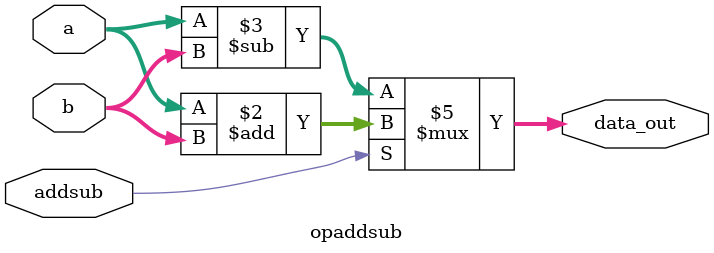
<source format=v>
`timescale 1ns / 1ps


module opaddsub(
output reg [7:0] data_out,
input [7:0] a,b,
input addsub
    );
    
    always@(*)
    begin
    if(addsub)
     data_out = a+b;
     else
      data_out = a-b;
    
    end
endmodule

</source>
